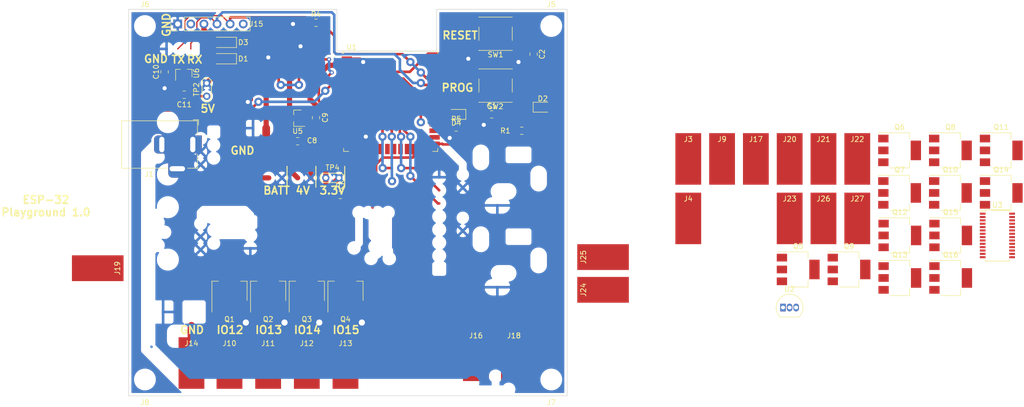
<source format=kicad_pcb>
(kicad_pcb (version 20171130) (host pcbnew "(5.1.0-0)")
  (layers (0 F.Cu signal) (31 B.Cu signal) (34 B.Paste user) (35 F.Paste user) (36 B.SilkS user) (37 F.SilkS user) (38 B.Mask user) (39 F.Mask user) (44 Edge.Cuts user))
  (net 0 "")
  (net 1 GND)
  (net 2 +3V3)
  (net 3 /RX)
  (net 4 /TX)
  (net 5 /DTR)
  (net 6 /CTS)
  (net 7 /MCP1703-33/VDD)
  (net 8 /VCC_FTDI)
  (net 9 +12V)
  (net 10 /RST)
  (net 11 "Net-(J8-Pad1)")
  (net 12 "Net-(J10-Pad1)")
  (net 13 "Net-(J11-Pad1)")
  (net 14 "Net-(J12-Pad1)")
  (net 15 +BATT)
  (net 16 /MCP1703-50/5.0V)
  (net 17 "Net-(U1-Pad5)")
  (net 18 "Net-(U1-Pad17)")
  (net 19 "Net-(U1-Pad18)")
  (net 20 "Net-(U1-Pad19)")
  (net 21 "Net-(U1-Pad20)")
  (net 22 "Net-(U1-Pad22)")
  (net 23 "Net-(U1-Pad24)")
  (net 24 "Net-(U1-Pad26)")
  (net 25 "Net-(U1-Pad27)")
  (net 26 "Net-(U1-Pad28)")
  (net 27 "Net-(U1-Pad29)")
  (net 28 "Net-(U1-Pad31)")
  (net 29 "Net-(U1-Pad32)")
  (net 30 "Net-(U1-Pad37)")
  (net 31 "Net-(U1-Pad21)")
  (net 32 "Net-(D2-Pad1)")
  (net 33 /IO0)
  (net 34 "Net-(D4-Pad2)")
  (net 35 "Net-(D4-Pad1)")
  (net 36 "Net-(J5-Pad1)")
  (net 37 "Net-(J6-Pad1)")
  (net 38 "Net-(J7-Pad1)")
  (net 39 "Net-(J13-Pad1)")
  (net 40 "Net-(R4-Pad2)")
  (net 41 "Net-(R8-Pad1)")
  (net 42 "Net-(R9-Pad1)")
  (net 43 ADC)
  (net 44 CHARGING)
  (net 45 "Net-(D1-Pad1)")
  (net 46 "Net-(J3-Pad1)")
  (net 47 "Net-(J4-Pad1)")
  (net 48 "Net-(J9-Pad1)")
  (net 49 "Net-(J16-Pad1)")
  (net 50 "Net-(J17-Pad1)")
  (net 51 "Net-(J19-Pad1)")
  (net 52 "Net-(J20-Pad1)")
  (net 53 "Net-(J21-Pad1)")
  (net 54 "Net-(J22-Pad1)")
  (net 55 "Net-(J24-Pad1)")
  (net 56 "Net-(J25-Pad1)")
  (net 57 "Net-(J26-Pad1)")
  (net 58 R1)
  (net 59 G1)
  (net 60 B1)
  (net 61 W1)
  (net 62 R3)
  (net 63 G3)
  (net 64 B3)
  (net 65 W3)
  (net 66 R4)
  (net 67 G4)
  (net 68 B4)
  (net 69 W4)
  (net 70 OW)
  (net 71 "Net-(R5-Pad1)")
  (net 72 "Net-(U1-Pad7)")
  (net 73 "Net-(U1-Pad8)")
  (net 74 "Net-(U1-Pad9)")
  (net 75 "Net-(U1-Pad10)")
  (net 76 "Net-(U1-Pad11)")
  (net 77 "Net-(U1-Pad13)")
  (net 78 "Net-(U1-Pad14)")
  (net 79 "Net-(U1-Pad16)")
  (net 80 "Net-(U1-Pad23)")
  (net 81 SDA)
  (net 82 SCL)
  (net 83 "Net-(U2-Pad1)")
  (net 84 "Net-(U2-Pad3)")
  (net 85 W2)
  (net 86 B2)
  (net 87 G2)
  (net 88 R2)
  (net 89 "Net-(U3-Pad25)")
  (net 90 "Net-(U3-Pad23)")
  (module LED_SMD:LED_0805_2012Metric_Pad1.15x1.40mm_HandSolder (layer F.Cu) (at 158.264 80.993)
    (fp_text reference D2 (at 0 -1.65) (layer F.SilkS))
    (fp_text value LED)
    (pad 2 smd roundrect (at 1.025 0) (size 1.15 1.4) (layers F.Cu F.Paste F.Mask) (roundrect_rratio 0.217391) (net 2 +3V3))
    (pad 1 smd roundrect (at -1.025 0) (size 1.15 1.4) (layers F.Cu F.Paste F.Mask) (roundrect_rratio 0.217391) (net 32 "Net-(D2-Pad1)"))
  )
  (module Resistor_SMD:R_0805_2012Metric_Pad1.15x1.40mm_HandSolder (layer F.Cu) (at 119.03 98.011)
    (fp_text reference R2 (at 0 -1.65) (layer F.SilkS))
    (fp_text value 10k)
    (pad 2 smd roundrect (at 1.025 0) (size 1.15 1.4) (layers F.Cu F.Paste F.Mask) (roundrect_rratio 0.217391) (net 32 "Net-(D2-Pad1)"))
    (pad 1 smd roundrect (at -1.025 0) (size 1.15 1.4) (layers F.Cu F.Paste F.Mask) (roundrect_rratio 0.217391) (net 1 GND))
  )
  (module TestPoint:TestPoint_2Pads_Pitch2.54mm_Drill0.8mm (layer F.Cu) (at 116.227 94.709)
    (fp_text reference TP4 (at 1.3 -2) (layer F.SilkS))
    (fp_text value 3.3V)
    (pad 2 thru_hole circle (at 2.54 0) (size 1.4 1.4) (drill 0.8) (layers *.Cu *.Mask) (net 1 GND))
    (pad 1 thru_hole circle (at 0 0) (size 1.4 1.4) (drill 0.8) (layers *.Cu *.Mask) (net 2 +3V3))
  )
  (module MountingHole:MountingHole_3.2mm_M3 (layer F.Cu) (at 159.915 133.825)
    (fp_text reference J7 (at 0 4.445) (layer F.SilkS))
    (fp_text value hole)
    (pad 1 np_thru_hole circle (at 0 0) (size 3.2 3.2) (drill 3.2) (layers *.Cu *.Mask) (net 38 "Net-(J7-Pad1)"))
  )
  (module Connector_Wire:SolderWirePad_1x01_SMD_5x10mm (layer F.Cu) (at 90.192 130.631)
    (fp_text reference J14 (at 0 -3.81) (layer F.SilkS))
    (fp_text value GND1)
    (pad 1 smd rect (at 0 0) (size 5 10) (layers F.Cu F.Paste F.Mask) (net 1 GND))
  )
  (module Connector_Wire:SolderWirePad_1x01_SMD_5x10mm (layer F.Cu) (at 105.051 130.631)
    (fp_text reference J11 (at 0 -3.81) (layer F.SilkS))
    (fp_text value G1)
    (pad 1 smd rect (at 0 0) (size 5 10) (layers F.Cu F.Paste F.Mask) (net 13 "Net-(J11-Pad1)"))
  )
  (module Connector_Wire:SolderWirePad_1x01_SMD_5x10mm (layer F.Cu) (at 112.544 130.631)
    (fp_text reference J12 (at 0 -3.81) (layer F.SilkS))
    (fp_text value B1)
    (pad 1 smd rect (at 0 0) (size 5 10) (layers F.Cu F.Paste F.Mask) (net 14 "Net-(J12-Pad1)"))
  )
  (module Connector_Wire:SolderWirePad_1x01_SMD_5x10mm (layer F.Cu) (at 120.037 130.631)
    (fp_text reference J13 (at 0 -3.81) (layer F.SilkS))
    (fp_text value W1)
    (pad 1 smd rect (at 0 0) (size 5 10) (layers F.Cu F.Paste F.Mask) (net 39 "Net-(J13-Pad1)"))
  )
  (module Connector_Wire:SolderWirePad_1x01_SMD_5x10mm (layer F.Cu) (at 97.558 130.631)
    (fp_text reference J10 (at 0 -3.81) (layer F.SilkS))
    (fp_text value R1)
    (pad 1 smd rect (at 0 0) (size 5 10) (layers F.Cu F.Paste F.Mask) (net 12 "Net-(J10-Pad1)"))
  )
  (module Package_TO_SOT_SMD:SOT-223 (layer F.Cu) (at 105.051 116.661 90)
    (fp_text reference Q2 (at -5.48 0 180) (layer F.SilkS))
    (fp_text value BSP75)
    (pad 4 smd rect (at 3.15 0 90) (size 2 3.8) (layers F.Cu F.Paste F.Mask))
    (pad 2 smd rect (at -3.15 0 90) (size 2 1.5) (layers F.Cu F.Paste F.Mask) (net 13 "Net-(J11-Pad1)"))
    (pad 3 smd rect (at -3.15 2.3 90) (size 2 1.5) (layers F.Cu F.Paste F.Mask) (net 1 GND))
    (pad 1 smd rect (at -3.15 -2.3 90) (size 2 1.5) (layers F.Cu F.Paste F.Mask) (net 59 G1))
  )
  (module Package_TO_SOT_SMD:SOT-223 (layer F.Cu) (at 112.544 116.661 90)
    (fp_text reference Q3 (at -5.48 0 180) (layer F.SilkS))
    (fp_text value BSP75)
    (pad 4 smd rect (at 3.15 0 90) (size 2 3.8) (layers F.Cu F.Paste F.Mask))
    (pad 2 smd rect (at -3.15 0 90) (size 2 1.5) (layers F.Cu F.Paste F.Mask) (net 14 "Net-(J12-Pad1)"))
    (pad 3 smd rect (at -3.15 2.3 90) (size 2 1.5) (layers F.Cu F.Paste F.Mask) (net 1 GND))
    (pad 1 smd rect (at -3.15 -2.3 90) (size 2 1.5) (layers F.Cu F.Paste F.Mask) (net 60 B1))
  )
  (module Package_TO_SOT_SMD:SOT-223 (layer F.Cu) (at 120.037 116.661 90)
    (fp_text reference Q4 (at -5.48 0 180) (layer F.SilkS))
    (fp_text value BSP75)
    (pad 4 smd rect (at 3.15 0 90) (size 2 3.8) (layers F.Cu F.Paste F.Mask))
    (pad 2 smd rect (at -3.15 0 90) (size 2 1.5) (layers F.Cu F.Paste F.Mask) (net 39 "Net-(J13-Pad1)"))
    (pad 3 smd rect (at -3.15 2.3 90) (size 2 1.5) (layers F.Cu F.Paste F.Mask) (net 1 GND))
    (pad 1 smd rect (at -3.15 -2.3 90) (size 2 1.5) (layers F.Cu F.Paste F.Mask) (net 61 W1))
  )
  (module Package_TO_SOT_SMD:SOT-223 (layer F.Cu) (at 97.558 116.661 90)
    (fp_text reference Q1 (at -5.48 0 180) (layer F.SilkS))
    (fp_text value BSP75)
    (pad 4 smd rect (at 3.15 0 90) (size 2 3.8) (layers F.Cu F.Paste F.Mask))
    (pad 2 smd rect (at -3.15 0 90) (size 2 1.5) (layers F.Cu F.Paste F.Mask) (net 12 "Net-(J10-Pad1)"))
    (pad 3 smd rect (at -3.15 2.3 90) (size 2 1.5) (layers F.Cu F.Paste F.Mask) (net 1 GND))
    (pad 1 smd rect (at -3.15 -2.3 90) (size 2 1.5) (layers F.Cu F.Paste F.Mask) (net 58 R1))
  )
  (module Connector_BarrelJack:BarrelJack_Horizontal (layer F.Cu) (at 90.446 88.232)
    (fp_text reference J1 (at -8.45 5.75) (layer F.SilkS))
    (fp_text value "5 / 12V")
    (pad 1 thru_hole rect (at 0 0) (size 3.5 3.5) (drill oval 1 3) (layers *.Cu *.Mask) (net 9 +12V))
    (pad 2 thru_hole roundrect (at -6 0) (size 3 3.5) (drill oval 1 3) (layers *.Cu *.Mask) (net 1 GND))
    (pad 3 thru_hole roundrect (at -3 4.7) (size 3.5 3.5) (drill oval 3 1) (layers *.Cu *.Mask))
  )
  (module Package_SO:TSSOP-28_4.4x9.7mm_P0.65mm (layer F.Cu) (at 246.358 105.876)
    (fp_text reference U3 (at 0 -5.9) (layer F.SilkS))
    (fp_text value PCA9685PW)
    (pad 28 smd rect (at 2.85 -4.225) (size 1.1 0.4) (layers F.Cu F.Paste F.Mask) (net 2 +3V3))
    (pad 27 smd rect (at 2.85 -3.575) (size 1.1 0.4) (layers F.Cu F.Paste F.Mask) (net 81 SDA))
    (pad 26 smd rect (at 2.85 -2.925) (size 1.1 0.4) (layers F.Cu F.Paste F.Mask) (net 82 SCL))
    (pad 25 smd rect (at 2.85 -2.275) (size 1.1 0.4) (layers F.Cu F.Paste F.Mask) (net 89 "Net-(U3-Pad25)"))
    (pad 24 smd rect (at 2.85 -1.625) (size 1.1 0.4) (layers F.Cu F.Paste F.Mask) (net 1 GND))
    (pad 23 smd rect (at 2.85 -0.975) (size 1.1 0.4) (layers F.Cu F.Paste F.Mask) (net 90 "Net-(U3-Pad23)"))
    (pad 22 smd rect (at 2.85 -0.325) (size 1.1 0.4) (layers F.Cu F.Paste F.Mask) (net 69 W4))
    (pad 21 smd rect (at 2.85 0.325) (size 1.1 0.4) (layers F.Cu F.Paste F.Mask) (net 68 B4))
    (pad 20 smd rect (at 2.85 0.975) (size 1.1 0.4) (layers F.Cu F.Paste F.Mask) (net 67 G4))
    (pad 19 smd rect (at 2.85 1.625) (size 1.1 0.4) (layers F.Cu F.Paste F.Mask) (net 66 R4))
    (pad 18 smd rect (at 2.85 2.275) (size 1.1 0.4) (layers F.Cu F.Paste F.Mask) (net 65 W3))
    (pad 17 smd rect (at 2.85 2.925) (size 1.1 0.4) (layers F.Cu F.Paste F.Mask) (net 64 B3))
    (pad 16 smd rect (at 2.85 3.575) (size 1.1 0.4) (layers F.Cu F.Paste F.Mask) (net 63 G3))
    (pad 15 smd rect (at 2.85 4.225) (size 1.1 0.4) (layers F.Cu F.Paste F.Mask) (net 62 R3))
    (pad 14 smd rect (at -2.85 4.225) (size 1.1 0.4) (layers F.Cu F.Paste F.Mask) (net 1 GND))
    (pad 13 smd rect (at -2.85 3.575) (size 1.1 0.4) (layers F.Cu F.Paste F.Mask) (net 85 W2))
    (pad 12 smd rect (at -2.85 2.925) (size 1.1 0.4) (layers F.Cu F.Paste F.Mask) (net 86 B2))
    (pad 11 smd rect (at -2.85 2.275) (size 1.1 0.4) (layers F.Cu F.Paste F.Mask) (net 87 G2))
    (pad 10 smd rect (at -2.85 1.625) (size 1.1 0.4) (layers F.Cu F.Paste F.Mask) (net 88 R2))
    (pad 9 smd rect (at -2.85 0.975) (size 1.1 0.4) (layers F.Cu F.Paste F.Mask) (net 61 W1))
    (pad 8 smd rect (at -2.85 0.325) (size 1.1 0.4) (layers F.Cu F.Paste F.Mask) (net 60 B1))
    (pad 7 smd rect (at -2.85 -0.325) (size 1.1 0.4) (layers F.Cu F.Paste F.Mask) (net 59 G1))
    (pad 6 smd rect (at -2.85 -0.975) (size 1.1 0.4) (layers F.Cu F.Paste F.Mask) (net 58 R1))
    (pad 5 smd rect (at -2.85 -1.625) (size 1.1 0.4) (layers F.Cu F.Paste F.Mask) (net 1 GND))
    (pad 4 smd rect (at -2.85 -2.275) (size 1.1 0.4) (layers F.Cu F.Paste F.Mask) (net 1 GND))
    (pad 3 smd rect (at -2.85 -2.925) (size 1.1 0.4) (layers F.Cu F.Paste F.Mask) (net 1 GND))
    (pad 2 smd rect (at -2.85 -3.575) (size 1.1 0.4) (layers F.Cu F.Paste F.Mask) (net 1 GND))
    (pad 1 smd rect (at -2.85 -4.225) (size 1.1 0.4) (layers F.Cu F.Paste F.Mask) (net 1 GND))
  )
  (module Package_TO_SOT_THT:TO-92_Inline (layer F.Cu) (at 204.818 119.856)
    (fp_text reference U2 (at 1.27 -3.56) (layer F.SilkS))
    (fp_text value DS18B20)
    (pad 1 thru_hole rect (at 0 0) (size 1.05 1.5) (drill 0.75) (layers *.Cu *.Mask) (net 83 "Net-(U2-Pad1)"))
    (pad 3 thru_hole oval (at 2.54 0) (size 1.05 1.5) (drill 0.75) (layers *.Cu *.Mask) (net 84 "Net-(U2-Pad3)"))
    (pad 2 thru_hole oval (at 1.27 0) (size 1.05 1.5) (drill 0.75) (layers *.Cu *.Mask) (net 70 OW))
  )
  (module Package_TO_SOT_SMD:SOT-223 (layer F.Cu) (at 237.308 114.126)
    (fp_text reference Q16 (at 0 -4.5) (layer F.SilkS))
    (fp_text value BSP75)
    (pad 1 smd rect (at -3.15 -2.3) (size 2 1.5) (layers F.Cu F.Paste F.Mask) (net 69 W4))
    (pad 3 smd rect (at -3.15 2.3) (size 2 1.5) (layers F.Cu F.Paste F.Mask) (net 1 GND))
    (pad 2 smd rect (at -3.15 0) (size 2 1.5) (layers F.Cu F.Paste F.Mask) (net 47 "Net-(J4-Pad1)"))
    (pad 4 smd rect (at 3.15 0) (size 2 3.8) (layers F.Cu F.Paste F.Mask))
  )
  (module Package_TO_SOT_SMD:SOT-223 (layer F.Cu) (at 237.308 105.876)
    (fp_text reference Q15 (at 0 -4.5) (layer F.SilkS))
    (fp_text value BSP75)
    (pad 1 smd rect (at -3.15 -2.3) (size 2 1.5) (layers F.Cu F.Paste F.Mask) (net 68 B4))
    (pad 3 smd rect (at -3.15 2.3) (size 2 1.5) (layers F.Cu F.Paste F.Mask) (net 1 GND))
    (pad 2 smd rect (at -3.15 0) (size 2 1.5) (layers F.Cu F.Paste F.Mask) (net 57 "Net-(J26-Pad1)"))
    (pad 4 smd rect (at 3.15 0) (size 2 3.8) (layers F.Cu F.Paste F.Mask))
  )
  (module Package_TO_SOT_SMD:SOT-223 (layer F.Cu) (at 247.108 97.626)
    (fp_text reference Q14 (at 0 -4.5) (layer F.SilkS))
    (fp_text value BSP75)
    (pad 1 smd rect (at -3.15 -2.3) (size 2 1.5) (layers F.Cu F.Paste F.Mask) (net 67 G4))
    (pad 3 smd rect (at -3.15 2.3) (size 2 1.5) (layers F.Cu F.Paste F.Mask) (net 1 GND))
    (pad 2 smd rect (at -3.15 0) (size 2 1.5) (layers F.Cu F.Paste F.Mask) (net 56 "Net-(J25-Pad1)"))
    (pad 4 smd rect (at 3.15 0) (size 2 3.8) (layers F.Cu F.Paste F.Mask))
  )
  (module Package_TO_SOT_SMD:SOT-223 (layer F.Cu) (at 227.458 114.126)
    (fp_text reference Q13 (at 0 -4.5) (layer F.SilkS))
    (fp_text value BSP75)
    (pad 1 smd rect (at -3.15 -2.3) (size 2 1.5) (layers F.Cu F.Paste F.Mask) (net 66 R4))
    (pad 3 smd rect (at -3.15 2.3) (size 2 1.5) (layers F.Cu F.Paste F.Mask) (net 1 GND))
    (pad 2 smd rect (at -3.15 0) (size 2 1.5) (layers F.Cu F.Paste F.Mask) (net 55 "Net-(J24-Pad1)"))
    (pad 4 smd rect (at 3.15 0) (size 2 3.8) (layers F.Cu F.Paste F.Mask))
  )
  (module Package_TO_SOT_SMD:SOT-223 (layer F.Cu) (at 227.458 105.876)
    (fp_text reference Q12 (at 0 -4.5) (layer F.SilkS))
    (fp_text value BSP75)
    (pad 1 smd rect (at -3.15 -2.3) (size 2 1.5) (layers F.Cu F.Paste F.Mask) (net 65 W3))
    (pad 3 smd rect (at -3.15 2.3) (size 2 1.5) (layers F.Cu F.Paste F.Mask) (net 1 GND))
    (pad 2 smd rect (at -3.15 0) (size 2 1.5) (layers F.Cu F.Paste F.Mask) (net 54 "Net-(J22-Pad1)"))
    (pad 4 smd rect (at 3.15 0) (size 2 3.8) (layers F.Cu F.Paste F.Mask))
  )
  (module Package_TO_SOT_SMD:SOT-223 (layer F.Cu) (at 247.108 89.376)
    (fp_text reference Q11 (at 0 -4.5) (layer F.SilkS))
    (fp_text value BSP75)
    (pad 1 smd rect (at -3.15 -2.3) (size 2 1.5) (layers F.Cu F.Paste F.Mask) (net 64 B3))
    (pad 3 smd rect (at -3.15 2.3) (size 2 1.5) (layers F.Cu F.Paste F.Mask) (net 1 GND))
    (pad 2 smd rect (at -3.15 0) (size 2 1.5) (layers F.Cu F.Paste F.Mask) (net 53 "Net-(J21-Pad1)"))
    (pad 4 smd rect (at 3.15 0) (size 2 3.8) (layers F.Cu F.Paste F.Mask))
  )
  (module Package_TO_SOT_SMD:SOT-223 (layer F.Cu) (at 237.258 97.626)
    (fp_text reference Q10 (at 0 -4.5) (layer F.SilkS))
    (fp_text value BSP75)
    (pad 1 smd rect (at -3.15 -2.3) (size 2 1.5) (layers F.Cu F.Paste F.Mask) (net 63 G3))
    (pad 3 smd rect (at -3.15 2.3) (size 2 1.5) (layers F.Cu F.Paste F.Mask) (net 1 GND))
    (pad 2 smd rect (at -3.15 0) (size 2 1.5) (layers F.Cu F.Paste F.Mask) (net 52 "Net-(J20-Pad1)"))
    (pad 4 smd rect (at 3.15 0) (size 2 3.8) (layers F.Cu F.Paste F.Mask))
  )
  (module Package_TO_SOT_SMD:SOT-223 (layer F.Cu) (at 217.608 112.476)
    (fp_text reference Q9 (at 0 -4.5) (layer F.SilkS))
    (fp_text value BSP75)
    (pad 1 smd rect (at -3.15 -2.3) (size 2 1.5) (layers F.Cu F.Paste F.Mask) (net 62 R3))
    (pad 3 smd rect (at -3.15 2.3) (size 2 1.5) (layers F.Cu F.Paste F.Mask) (net 1 GND))
    (pad 2 smd rect (at -3.15 0) (size 2 1.5) (layers F.Cu F.Paste F.Mask) (net 51 "Net-(J19-Pad1)"))
    (pad 4 smd rect (at 3.15 0) (size 2 3.8) (layers F.Cu F.Paste F.Mask))
  )
  (module Package_TO_SOT_SMD:SOT-223 (layer F.Cu) (at 237.258 89.376)
    (fp_text reference Q8 (at 0 -4.5) (layer F.SilkS))
    (fp_text value BSP75)
    (pad 1 smd rect (at -3.15 -2.3) (size 2 1.5) (layers F.Cu F.Paste F.Mask) (net 61 W1))
    (pad 3 smd rect (at -3.15 2.3) (size 2 1.5) (layers F.Cu F.Paste F.Mask) (net 1 GND))
    (pad 2 smd rect (at -3.15 0) (size 2 1.5) (layers F.Cu F.Paste F.Mask) (net 50 "Net-(J17-Pad1)"))
    (pad 4 smd rect (at 3.15 0) (size 2 3.8) (layers F.Cu F.Paste F.Mask))
  )
  (module Package_TO_SOT_SMD:SOT-223 (layer F.Cu) (at 227.408 97.626)
    (fp_text reference Q7 (at 0 -4.5) (layer F.SilkS))
    (fp_text value BSP75)
    (pad 1 smd rect (at -3.15 -2.3) (size 2 1.5) (layers F.Cu F.Paste F.Mask) (net 60 B1))
    (pad 3 smd rect (at -3.15 2.3) (size 2 1.5) (layers F.Cu F.Paste F.Mask) (net 1 GND))
    (pad 2 smd rect (at -3.15 0) (size 2 1.5) (layers F.Cu F.Paste F.Mask) (net 49 "Net-(J16-Pad1)"))
    (pad 4 smd rect (at 3.15 0) (size 2 3.8) (layers F.Cu F.Paste F.Mask))
  )
  (module Package_TO_SOT_SMD:SOT-223 (layer F.Cu) (at 227.408 89.376)
    (fp_text reference Q6 (at 0 -4.5) (layer F.SilkS))
    (fp_text value BSP75)
    (pad 1 smd rect (at -3.15 -2.3) (size 2 1.5) (layers F.Cu F.Paste F.Mask) (net 59 G1))
    (pad 3 smd rect (at -3.15 2.3) (size 2 1.5) (layers F.Cu F.Paste F.Mask) (net 1 GND))
    (pad 2 smd rect (at -3.15 0) (size 2 1.5) (layers F.Cu F.Paste F.Mask) (net 48 "Net-(J9-Pad1)"))
    (pad 4 smd rect (at 3.15 0) (size 2 3.8) (layers F.Cu F.Paste F.Mask))
  )
  (module Package_TO_SOT_SMD:SOT-223 (layer F.Cu) (at 207.758 112.476)
    (fp_text reference Q5 (at 0 -4.5) (layer F.SilkS))
    (fp_text value BSP75)
    (pad 1 smd rect (at -3.15 -2.3) (size 2 1.5) (layers F.Cu F.Paste F.Mask) (net 58 R1))
    (pad 3 smd rect (at -3.15 2.3) (size 2 1.5) (layers F.Cu F.Paste F.Mask) (net 1 GND))
    (pad 2 smd rect (at -3.15 0) (size 2 1.5) (layers F.Cu F.Paste F.Mask) (net 46 "Net-(J3-Pad1)"))
    (pad 4 smd rect (at 3.15 0) (size 2 3.8) (layers F.Cu F.Paste F.Mask))
  )
  (module Connector_Wire:SolderWirePad_1x01_SMD_5x10mm (layer F.Cu) (at 219.208 102.576)
    (fp_text reference J27 (at 0 -3.81) (layer F.SilkS))
    (fp_text value GND4)
    (pad 1 smd rect (at 0 0) (size 5 10) (layers F.Cu F.Paste F.Mask) (net 1 GND))
  )
  (module Connector_Wire:SolderWirePad_1x01_SMD_5x10mm (layer F.Cu) (at 212.658 102.576)
    (fp_text reference J26 (at 0 -3.81) (layer F.SilkS))
    (fp_text value B4)
    (pad 1 smd rect (at 0 0) (size 5 10) (layers F.Cu F.Paste F.Mask) (net 57 "Net-(J26-Pad1)"))
  )
  (module Connector_Wire:SolderWirePad_1x01_SMD_5x10mm (layer F.Cu) (at 169.948 110.076 90)
    (fp_text reference J25 (at 0 -3.81 90) (layer F.SilkS))
    (fp_text value G4)
    (pad 1 smd rect (at 0 0 90) (size 5 10) (layers F.Cu F.Paste F.Mask) (net 56 "Net-(J25-Pad1)"))
  )
  (module Connector_Wire:SolderWirePad_1x01_SMD_5x10mm (layer F.Cu) (at 169.948 116.426 90)
    (fp_text reference J24 (at 0 -3.81 90) (layer F.SilkS))
    (fp_text value R4)
    (pad 1 smd rect (at 0 0 90) (size 5 10) (layers F.Cu F.Paste F.Mask) (net 55 "Net-(J24-Pad1)"))
  )
  (module Connector_Wire:SolderWirePad_1x01_SMD_5x10mm (layer F.Cu) (at 206.108 102.576)
    (fp_text reference J23 (at 0 -3.81) (layer F.SilkS))
    (fp_text value GND3)
    (pad 1 smd rect (at 0 0) (size 5 10) (layers F.Cu F.Paste F.Mask) (net 1 GND))
  )
  (module Connector_Wire:SolderWirePad_1x01_SMD_5x10mm (layer F.Cu) (at 219.208 91.026)
    (fp_text reference J22 (at 0 -3.81) (layer F.SilkS))
    (fp_text value W3)
    (pad 1 smd rect (at 0 0) (size 5 10) (layers F.Cu F.Paste F.Mask) (net 54 "Net-(J22-Pad1)"))
  )
  (module Connector_Wire:SolderWirePad_1x01_SMD_5x10mm (layer F.Cu) (at 212.658 91.026)
    (fp_text reference J21 (at 0 -3.81) (layer F.SilkS))
    (fp_text value B3)
    (pad 1 smd rect (at 0 0) (size 5 10) (layers F.Cu F.Paste F.Mask) (net 53 "Net-(J21-Pad1)"))
  )
  (module Connector_Wire:SolderWirePad_1x01_SMD_5x10mm (layer F.Cu) (at 206.108 91.026)
    (fp_text reference J20 (at 0 -3.81) (layer F.SilkS))
    (fp_text value G3)
    (pad 1 smd rect (at 0 0) (size 5 10) (layers F.Cu F.Paste F.Mask) (net 52 "Net-(J20-Pad1)"))
  )
  (module Connector_Wire:SolderWirePad_1x01_SMD_5x10mm (layer F.Cu) (at 72.031 112.235 270)
    (fp_text reference J19 (at 0 -3.81 270) (layer F.SilkS))
    (fp_text value R3)
    (pad 1 smd rect (at 0 0 270) (size 5 10) (layers F.Cu F.Paste F.Mask) (net 51 "Net-(J19-Pad1)"))
  )
  (module Connector_Wire:SolderWirePad_1x01_SMD_5x10mm (layer F.Cu) (at 152.676 129.126)
    (fp_text reference J18 (at 0 -3.81) (layer F.SilkS))
    (fp_text value GND2)
    (pad 1 smd rect (at 0 0) (size 5 10) (layers F.Cu F.Paste F.Mask) (net 1 GND))
  )
  (module Connector_Wire:SolderWirePad_1x01_SMD_5x10mm (layer F.Cu) (at 199.558 91.026)
    (fp_text reference J17 (at 0 -3.81) (layer F.SilkS))
    (fp_text value W2)
    (pad 1 smd rect (at 0 0) (size 5 10) (layers F.Cu F.Paste F.Mask) (net 50 "Net-(J17-Pad1)"))
  )
  (module Connector_Wire:SolderWirePad_1x01_SMD_5x10mm (layer F.Cu) (at 145.31 129.126)
    (fp_text reference J16 (at 0 -3.81) (layer F.SilkS))
    (fp_text value B2)
    (pad 1 smd rect (at 0 0) (size 5 10) (layers F.Cu F.Paste F.Mask) (net 49 "Net-(J16-Pad1)"))
  )
  (module Connector_Wire:SolderWirePad_1x01_SMD_5x10mm (layer F.Cu) (at 193.008 91.026)
    (fp_text reference J9 (at 0 -3.81) (layer F.SilkS))
    (fp_text value G2)
    (pad 1 smd rect (at 0 0) (size 5 10) (layers F.Cu F.Paste F.Mask) (net 48 "Net-(J9-Pad1)"))
  )
  (module Connector_Wire:SolderWirePad_1x01_SMD_5x10mm (layer F.Cu) (at 186.458 102.576)
    (fp_text reference J4 (at 0 -3.81) (layer F.SilkS))
    (fp_text value W1)
    (pad 1 smd rect (at 0 0) (size 5 10) (layers F.Cu F.Paste F.Mask) (net 47 "Net-(J4-Pad1)"))
  )
  (module Connector_Wire:SolderWirePad_1x01_SMD_5x10mm (layer F.Cu) (at 186.458 91.026)
    (fp_text reference J3 (at 0 -3.81) (layer F.SilkS))
    (fp_text value R2)
    (pad 1 smd rect (at 0 0) (size 5 10) (layers F.Cu F.Paste F.Mask) (net 46 "Net-(J3-Pad1)"))
  )
  (module Resistor_SMD:R_0805_2012Metric_Pad1.15x1.40mm_HandSolder (layer F.Cu) (at 141.5 84.93)
    (fp_text reference R5 (at 0 -1.65) (layer F.SilkS))
    (fp_text value 10k)
    (pad 2 smd roundrect (at 1.025 0) (size 1.15 1.4) (layers F.Cu F.Paste F.Mask) (roundrect_rratio 0.217391) (net 35 "Net-(D4-Pad1)"))
    (pad 1 smd roundrect (at -1.025 0) (size 1.15 1.4) (layers F.Cu F.Paste F.Mask) (roundrect_rratio 0.217391) (net 71 "Net-(R5-Pad1)"))
  )
  (module LED_SMD:LED_0805_2012Metric_Pad1.15x1.40mm_HandSolder (layer F.Cu) (at 141.5 82.39 180)
    (fp_text reference D4 (at 0 -1.65 180) (layer F.SilkS))
    (fp_text value LED)
    (pad 2 smd roundrect (at 1.025 0 180) (size 1.15 1.4) (layers F.Cu F.Paste F.Mask) (roundrect_rratio 0.217391) (net 34 "Net-(D4-Pad2)"))
    (pad 1 smd roundrect (at -1.025 0 180) (size 1.15 1.4) (layers F.Cu F.Paste F.Mask) (roundrect_rratio 0.217391) (net 35 "Net-(D4-Pad1)"))
  )
  (module Resistor_SMD:R_0805_2012Metric_Pad1.15x1.40mm_HandSolder (layer F.Cu) (at 114.322 64.61)
    (fp_text reference R4 (at 0 -1.65) (layer F.SilkS))
    (fp_text value 499)
    (pad 2 smd roundrect (at 1.025 0) (size 1.15 1.4) (layers F.Cu F.Paste F.Mask) (roundrect_rratio 0.217391) (net 40 "Net-(R4-Pad2)"))
    (pad 1 smd roundrect (at -1.025 0) (size 1.15 1.4) (layers F.Cu F.Paste F.Mask) (roundrect_rratio 0.217391) (net 4 /TX))
  )
  (module Capacitor_SMD:C_0805_2012Metric_Pad1.15x1.40mm_HandSolder (layer F.Cu) (at 148.358 82.39)
    (fp_text reference C1 (at 0 -1.65) (layer F.SilkS))
    (fp_text value 100nF)
    (pad 2 smd roundrect (at 1.025 0) (size 1.15 1.4) (layers F.Cu F.Paste F.Mask) (roundrect_rratio 0.217391) (net 33 /IO0))
    (pad 1 smd roundrect (at -1.025 0) (size 1.15 1.4) (layers F.Cu F.Paste F.Mask) (roundrect_rratio 0.217391) (net 1 GND))
  )
  (module Capacitor_SMD:C_0805_2012Metric_Pad1.15x1.40mm_HandSolder (layer F.Cu) (at 156.486 70.706 270)
    (fp_text reference C2 (at 0 -1.65 270) (layer F.SilkS))
    (fp_text value 10uF)
    (pad 2 smd roundrect (at 1.025 0 270) (size 1.15 1.4) (layers F.Cu F.Paste F.Mask) (roundrect_rratio 0.217391) (net 1 GND))
    (pad 1 smd roundrect (at -1.025 0 270) (size 1.15 1.4) (layers F.Cu F.Paste F.Mask) (roundrect_rratio 0.217391) (net 10 /RST))
  )
  (module Button_Switch_SMD:SW_SPST_PTS645 (layer F.Cu) (at 149.12 66.75 180)
    (fp_text reference SW1 (at 0 -4.05 180) (layer F.SilkS))
    (fp_text value RESET)
    (pad 2 smd rect (at 3.98 2.25 180) (size 1.55 1.3) (layers F.Cu F.Paste F.Mask) (net 10 /RST))
    (pad 1 smd rect (at 3.98 -2.25 180) (size 1.55 1.3) (layers F.Cu F.Paste F.Mask) (net 1 GND))
    (pad 1 smd rect (at -3.98 -2.25 180) (size 1.55 1.3) (layers F.Cu F.Paste F.Mask) (net 1 GND))
    (pad 2 smd rect (at -3.98 2.25 180) (size 1.55 1.3) (layers F.Cu F.Paste F.Mask) (net 10 /RST))
  )
  (module Button_Switch_SMD:SW_SPST_PTS645 (layer F.Cu) (at 149.12 76.802 180)
    (fp_text reference SW2 (at 0 -4.05 180) (layer F.SilkS))
    (fp_text value PROG)
    (pad 2 smd rect (at -3.98 2.25 180) (size 1.55 1.3) (layers F.Cu F.Paste F.Mask) (net 1 GND))
    (pad 1 smd rect (at -3.98 -2.25 180) (size 1.55 1.3) (layers F.Cu F.Paste F.Mask) (net 33 /IO0))
    (pad 1 smd rect (at 3.98 -2.25 180) (size 1.55 1.3) (layers F.Cu F.Paste F.Mask) (net 33 /IO0))
    (pad 2 smd rect (at 3.98 2.25 180) (size 1.55 1.3) (layers F.Cu F.Paste F.Mask) (net 1 GND))
  )
  (module MountingHole:MountingHole_3.2mm_M3 (layer F.Cu) (at 81.175 65.245)
    (fp_text reference J6 (at 0 -4.2) (layer F.SilkS))
    (fp_text value hole)
    (pad 1 np_thru_hole circle (at 0 0) (size 3.2 3.2) (drill 3.2) (layers *.Cu *.Mask) (net 37 "Net-(J6-Pad1)"))
  )
  (module MountingHole:MountingHole_3.2mm_M3 (layer F.Cu) (at 81.175 133.825)
    (fp_text reference J8 (at 0 4.445) (layer F.SilkS))
    (fp_text value hole)
    (pad 1 np_thru_hole circle (at 0 0) (size 3.2 3.2) (drill 3.2) (layers *.Cu *.Mask) (net 11 "Net-(J8-Pad1)"))
  )
  (module MountingHole:MountingHole_3.2mm_M3 (layer F.Cu) (at 159.915 65.245)
    (fp_text reference J5 (at 0 -4.2) (layer F.SilkS))
    (fp_text value hole)
    (pad 1 np_thru_hole circle (at 0 0) (size 3.2 3.2) (drill 3.2) (layers *.Cu *.Mask) (net 36 "Net-(J5-Pad1)"))
  )
  (module Capacitor_SMD:C_0805_2012Metric_Pad1.15x1.40mm_HandSolder (layer F.Cu) (at 110.766 87.597 180)
    (fp_text reference C8 (at -2.794 0.127 180) (layer F.SilkS))
    (fp_text value 1uF)
    (pad 2 smd roundrect (at 1.025 0 180) (size 1.15 1.4) (layers F.Cu F.Paste F.Mask) (roundrect_rratio 0.217391) (net 7 /MCP1703-33/VDD))
    (pad 1 smd roundrect (at -1.025 0 180) (size 1.15 1.4) (layers F.Cu F.Paste F.Mask) (roundrect_rratio 0.217391) (net 1 GND))
  )
  (module Capacitor_SMD:C_0805_2012Metric_Pad1.15x1.40mm_HandSolder (layer F.Cu) (at 114.322 83.025 90)
    (fp_text reference C9 (at 0 1.778 90) (layer F.SilkS))
    (fp_text value 1uF)
    (pad 2 smd roundrect (at 1.025 0 90) (size 1.15 1.4) (layers F.Cu F.Paste F.Mask) (roundrect_rratio 0.217391) (net 2 +3V3))
    (pad 1 smd roundrect (at -1.025 0 90) (size 1.15 1.4) (layers F.Cu F.Paste F.Mask) (roundrect_rratio 0.217391) (net 1 GND))
  )
  (module Package_TO_SOT_SMD:SOT-23 (layer F.Cu) (at 110.766 83.133 180)
    (fp_text reference U5 (at 0 -2.5 180) (layer F.SilkS))
    (fp_text value MCP1703-33)
    (pad 3 smd rect (at 1 0 180) (size 0.9 0.8) (layers F.Cu F.Paste F.Mask) (net 7 /MCP1703-33/VDD))
    (pad 2 smd rect (at -1 0.95 180) (size 0.9 0.8) (layers F.Cu F.Paste F.Mask) (net 2 +3V3))
    (pad 1 smd rect (at -1 -0.95 180) (size 0.9 0.8) (layers F.Cu F.Paste F.Mask) (net 1 GND))
  )
  (module Connector_PinHeader_2.54mm:PinHeader_1x06_P2.54mm_Vertical (layer F.Cu) (at 87.525 64.845 90)
    (fp_text reference J15 (at 0 15.24 180) (layer F.SilkS))
    (fp_text value "CONN FT232RL")
    (pad 6 thru_hole oval (at 0 12.7 90) (size 1.7 1.7) (drill 1) (layers *.Cu *.Mask) (net 5 /DTR))
    (pad 5 thru_hole oval (at 0 10.16 90) (size 1.7 1.7) (drill 1) (layers *.Cu *.Mask) (net 4 /TX))
    (pad 4 thru_hole oval (at 0 7.62 90) (size 1.7 1.7) (drill 1) (layers *.Cu *.Mask) (net 3 /RX))
    (pad 3 thru_hole oval (at 0 5.08 90) (size 1.7 1.7) (drill 1) (layers *.Cu *.Mask) (net 8 /VCC_FTDI))
    (pad 2 thru_hole oval (at 0 2.54 90) (size 1.7 1.7) (drill 1) (layers *.Cu *.Mask) (net 6 /CTS))
    (pad 1 thru_hole rect (at 0 0 90) (size 1.7 1.7) (drill 1) (layers *.Cu *.Mask) (net 1 GND))
  )
  (module TestPoint:TestPoint_2Pads_Pitch2.54mm_Drill0.8mm (layer F.Cu) (at 93.15 78.865 90)
    (fp_text reference TP2 (at 1.3 -2 90) (layer F.SilkS))
    (fp_text value 5V)
    (pad 2 thru_hole circle (at 2.54 0 90) (size 1.4 1.4) (drill 0.8) (layers *.Cu *.Mask) (net 1 GND))
    (pad 1 thru_hole circle (at 0 0 90) (size 1.4 1.4) (drill 0.8) (layers *.Cu *.Mask) (net 16 /MCP1703-50/5.0V))
  )
  (module Capacitor_SMD:C_0805_2012Metric_Pad1.15x1.40mm_HandSolder (layer F.Cu) (at 84.985 74.135 90)
    (fp_text reference C10 (at 0 -1.65 90) (layer F.SilkS))
    (fp_text value 1uF)
    (pad 2 smd roundrect (at 1.025 0 90) (size 1.15 1.4) (layers F.Cu F.Paste F.Mask) (roundrect_rratio 0.217391) (net 9 +12V))
    (pad 1 smd roundrect (at -1.025 0 90) (size 1.15 1.4) (layers F.Cu F.Paste F.Mask) (roundrect_rratio 0.217391) (net 1 GND))
  )
  (module Capacitor_SMD:C_0805_2012Metric_Pad1.15x1.40mm_HandSolder (layer F.Cu) (at 88.795 78.58)
    (fp_text reference C11 (at 0 1.905) (layer F.SilkS))
    (fp_text value 1uF)
    (pad 2 smd roundrect (at 1.025 0) (size 1.15 1.4) (layers F.Cu F.Paste F.Mask) (roundrect_rratio 0.217391) (net 16 /MCP1703-50/5.0V))
    (pad 1 smd roundrect (at -1.025 0) (size 1.15 1.4) (layers F.Cu F.Paste F.Mask) (roundrect_rratio 0.217391) (net 1 GND))
  )
  (module Diode_SMD:D_SOD-123 (layer F.Cu) (at 96.669 71.595 180)
    (fp_text reference D1 (at -3.556 0 180) (layer F.SilkS))
    (fp_text value D_Schottky)
    (pad 2 smd rect (at 1.65 0 180) (size 0.9 1.2) (layers F.Cu F.Paste F.Mask) (net 16 /MCP1703-50/5.0V))
    (pad 1 smd rect (at -1.65 0 180) (size 0.9 1.2) (layers F.Cu F.Paste F.Mask) (net 45 "Net-(D1-Pad1)"))
  )
  (module Diode_SMD:D_SOD-123 (layer F.Cu) (at 96.669 68.42 180)
    (fp_text reference D3 (at -3.556 0 180) (layer F.SilkS))
    (fp_text value D_Schottky)
    (pad 2 smd rect (at 1.65 0 180) (size 0.9 1.2) (layers F.Cu F.Paste F.Mask) (net 8 /VCC_FTDI))
    (pad 1 smd rect (at -1.65 0 180) (size 0.9 1.2) (layers F.Cu F.Paste F.Mask) (net 45 "Net-(D1-Pad1)"))
  )
  (module Resistor_SMD:R_0805_2012Metric_Pad1.15x1.40mm_HandSolder (layer F.Cu) (at 154.2 85.565 180)
    (fp_text reference R1 (at 3.175 0 180) (layer F.SilkS))
    (fp_text value 4.7k)
    (pad 2 smd roundrect (at 1.025 0 180) (size 1.15 1.4) (layers F.Cu F.Paste F.Mask) (roundrect_rratio 0.217391) (net 70 OW))
    (pad 1 smd roundrect (at -1.025 0 180) (size 1.15 1.4) (layers F.Cu F.Paste F.Mask) (roundrect_rratio 0.217391) (net 2 +3V3))
  )
  (module Package_TO_SOT_SMD:SOT-23 (layer F.Cu) (at 88.71 74.405 90)
    (fp_text reference U6 (at 0 2.44 90) (layer F.SilkS))
    (fp_text value MCP1703-50)
    (pad 3 smd rect (at 1 0 90) (size 0.9 0.8) (layers F.Cu F.Paste F.Mask) (net 9 +12V))
    (pad 2 smd rect (at -1 0.95 90) (size 0.9 0.8) (layers F.Cu F.Paste F.Mask) (net 16 /MCP1703-50/5.0V))
    (pad 1 smd rect (at -1 -0.95 90) (size 0.9 0.8) (layers F.Cu F.Paste F.Mask) (net 1 GND))
  )
  (module RF_Module:ESP32-WROOM-32U (layer F.Cu) (at 128.8 79.85)
    (fp_text reference U1 (at -7.58 -10.5 180) (layer F.SilkS))
    (fp_text value ESP32-WROOM-32U)
    (pad 39 smd rect (at -1 -0.755) (size 5 5) (layers F.Cu F.Paste F.Mask))
    (pad 1 smd rect (at -8.5 -8.255) (size 2 0.9) (layers F.Cu F.Paste F.Mask) (net 1 GND))
    (pad 2 smd rect (at -8.5 -6.985) (size 2 0.9) (layers F.Cu F.Paste F.Mask) (net 2 +3V3))
    (pad 3 smd rect (at -8.5 -5.715) (size 2 0.9) (layers F.Cu F.Paste F.Mask) (net 10 /RST))
    (pad 4 smd rect (at -8.5 -4.445) (size 2 0.9) (layers F.Cu F.Paste F.Mask) (net 44 CHARGING))
    (pad 5 smd rect (at -8.5 -3.175) (size 2 0.9) (layers F.Cu F.Paste F.Mask) (net 17 "Net-(U1-Pad5)"))
    (pad 6 smd rect (at -8.5 -1.905) (size 2 0.9) (layers F.Cu F.Paste F.Mask) (net 70 OW))
    (pad 7 smd rect (at -8.5 -0.635) (size 2 0.9) (layers F.Cu F.Paste F.Mask) (net 72 "Net-(U1-Pad7)"))
    (pad 8 smd rect (at -8.5 0.635) (size 2 0.9) (layers F.Cu F.Paste F.Mask) (net 73 "Net-(U1-Pad8)"))
    (pad 9 smd rect (at -8.5 1.905) (size 2 0.9) (layers F.Cu F.Paste F.Mask) (net 74 "Net-(U1-Pad9)"))
    (pad 10 smd rect (at -8.5 3.175) (size 2 0.9) (layers F.Cu F.Paste F.Mask) (net 75 "Net-(U1-Pad10)"))
    (pad 11 smd rect (at -8.5 4.445) (size 2 0.9) (layers F.Cu F.Paste F.Mask) (net 76 "Net-(U1-Pad11)"))
    (pad 12 smd rect (at -8.5 5.715) (size 2 0.9) (layers F.Cu F.Paste F.Mask) (net 43 ADC))
    (pad 13 smd rect (at -8.5 6.985) (size 2 0.9) (layers F.Cu F.Paste F.Mask) (net 77 "Net-(U1-Pad13)"))
    (pad 14 smd rect (at -8.5 8.255) (size 2 0.9) (layers F.Cu F.Paste F.Mask) (net 78 "Net-(U1-Pad14)"))
    (pad 15 smd rect (at -5.715 9.255 270) (size 2 0.9) (layers F.Cu F.Paste F.Mask) (net 1 GND))
    (pad 16 smd rect (at -4.445 9.255 90) (size 2 0.9) (layers F.Cu F.Paste F.Mask) (net 79 "Net-(U1-Pad16)"))
    (pad 17 smd rect (at -3.175 9.255 90) (size 2 0.9) (layers F.Cu F.Paste F.Mask) (net 18 "Net-(U1-Pad17)"))
    (pad 18 smd rect (at -1.905 9.255 90) (size 2 0.9) (layers F.Cu F.Paste F.Mask) (net 19 "Net-(U1-Pad18)"))
    (pad 19 smd rect (at -0.635 9.255 90) (size 2 0.9) (layers F.Cu F.Paste F.Mask) (net 20 "Net-(U1-Pad19)"))
    (pad 20 smd rect (at 0.635 9.255 90) (size 2 0.9) (layers F.Cu F.Paste F.Mask) (net 21 "Net-(U1-Pad20)"))
    (pad 21 smd rect (at 1.905 9.255 90) (size 2 0.9) (layers F.Cu F.Paste F.Mask) (net 31 "Net-(U1-Pad21)"))
    (pad 22 smd rect (at 3.175 9.255 90) (size 2 0.9) (layers F.Cu F.Paste F.Mask) (net 22 "Net-(U1-Pad22)"))
    (pad 23 smd rect (at 4.445 9.255 90) (size 2 0.9) (layers F.Cu F.Paste F.Mask) (net 80 "Net-(U1-Pad23)"))
    (pad 24 smd rect (at 5.715 9.255 90) (size 2 0.9) (layers F.Cu F.Paste F.Mask) (net 23 "Net-(U1-Pad24)"))
    (pad 25 smd rect (at 8.5 8.255) (size 2 0.9) (layers F.Cu F.Paste F.Mask) (net 33 /IO0))
    (pad 26 smd rect (at 8.5 6.985) (size 2 0.9) (layers F.Cu F.Paste F.Mask) (net 24 "Net-(U1-Pad26)"))
    (pad 27 smd rect (at 8.5 5.715) (size 2 0.9) (layers F.Cu F.Paste F.Mask) (net 25 "Net-(U1-Pad27)"))
    (pad 28 smd rect (at 8.5 4.445) (size 2 0.9) (layers F.Cu F.Paste F.Mask) (net 26 "Net-(U1-Pad28)"))
    (pad 29 smd rect (at 8.5 3.175) (size 2 0.9) (layers F.Cu F.Paste F.Mask) (net 27 "Net-(U1-Pad29)"))
    (pad 30 smd rect (at 8.5 1.905) (size 2 0.9) (layers F.Cu F.Paste F.Mask) (net 34 "Net-(D4-Pad2)"))
    (pad 31 smd rect (at 8.5 0.635) (size 2 0.9) (layers F.Cu F.Paste F.Mask) (net 28 "Net-(U1-Pad31)"))
    (pad 32 smd rect (at 8.5 -0.635) (size 2 0.9) (layers F.Cu F.Paste F.Mask) (net 29 "Net-(U1-Pad32)"))
    (pad 33 smd rect (at 8.5 -1.905) (size 2 0.9) (layers F.Cu F.Paste F.Mask) (net 81 SDA))
    (pad 34 smd rect (at 8.5 -3.175) (size 2 0.9) (layers F.Cu F.Paste F.Mask) (net 3 /RX))
    (pad 35 smd rect (at 8.5 -4.445) (size 2 0.9) (layers F.Cu F.Paste F.Mask) (net 40 "Net-(R4-Pad2)"))
    (pad 36 smd rect (at 8.5 -5.715) (size 2 0.9) (layers F.Cu F.Paste F.Mask) (net 82 SCL))
    (pad 37 smd rect (at 8.5 -6.985) (size 2 0.9) (layers F.Cu F.Paste F.Mask) (net 30 "Net-(U1-Pad37)"))
    (pad 38 smd rect (at 8.5 -8.255) (size 2 0.9) (layers F.Cu F.Paste F.Mask) (net 1 GND))
  )
  (gr_text IO14 (at 112.649 124.206) (layer F.SilkS) (effects (font (size 1.5 1.5) (thickness 0.3))))
  (gr_text IO15 (at 120.142 124.206) (layer F.SilkS) (effects (font (size 1.5 1.5) (thickness 0.3))))
  (gr_text GND (at 90.297 124.206) (layer F.SilkS) (effects (font (size 1.5 1.5) (thickness 0.3))))
  (gr_text BATT (at 106.68 97.155) (layer F.SilkS) (effects (font (size 1.5 1.5) (thickness 0.3))))
  (gr_text 3.3V (at 117.475 97.155) (layer F.SilkS) (effects (font (size 1.5 1.5) (thickness 0.3))))
  (gr_text 4V (at 111.76 97.155) (layer F.SilkS) (effects (font (size 1.5 1.5) (thickness 0.3))))
  (gr_text IO13 (at 105.156 124.206) (layer F.SilkS) (effects (font (size 1.5 1.5) (thickness 0.3))))
  (gr_text IO12 (at 97.663 124.206) (layer F.SilkS) (effects (font (size 1.5 1.5) (thickness 0.3))))
  (gr_text "ESP-32\nPlayground 1.0" (at 61.998 100.17) (layer F.SilkS) (effects (font (size 1.5 1.5) (thickness 0.3))))
  (gr_line (start 108.712 92.456) (end 108.712 96.52) (layer F.SilkS) (width 0.2))
  (gr_line (start 114.3 92.456) (end 114.3 96.52) (layer F.SilkS) (width 0.2))
  (gr_line (start 119.888 92.456) (end 119.888 96.52) (layer F.SilkS) (width 0.2))
  (gr_line (start 163 137) (end 78 137) (layer Edge.Cuts) (width 0.1))
  (gr_line (start 163 62) (end 163 137) (layer Edge.Cuts) (width 0.1))
  (gr_line (start 163 62) (end 137.668 62) (layer Edge.Cuts) (width 0.1))
  (gr_text GND (at 85.344 65.024 90) (layer F.SilkS) (effects (font (size 1.5 1.5) (thickness 0.3))))
  (gr_text GND (at 83.312 71.628) (layer F.SilkS) (effects (font (size 1.5 1.5) (thickness 0.3))))
  (gr_text PROG (at 141.732 77.216) (layer F.SilkS) (effects (font (size 1.5 1.5) (thickness 0.3))))
  (gr_text RESET (at 142.24 67.056) (layer F.SilkS) (effects (font (size 1.5 1.5) (thickness 0.3))))
  (gr_text GND (at 100.076 89.408) (layer F.SilkS) (effects (font (size 1.5 1.5) (thickness 0.3))))
  (gr_text 5V (at 93.345 81.28) (layer F.SilkS) (effects (font (size 1.5 1.5) (thickness 0.3))))
  (gr_text RX (at 90.805 71.755) (layer F.SilkS) (effects (font (size 1.5 1.5) (thickness 0.3))))
  (gr_text TX (at 87.63 71.755) (layer F.SilkS) (effects (font (size 1.5 1.5) (thickness 0.3))))
  (gr_line (start 137.668 70.1) (end 137.668 62) (layer Edge.Cuts) (width 0.1))
  (gr_line (start 118.364 70.1) (end 137.668 70.1) (layer Edge.Cuts) (width 0.1))
  (gr_line (start 118.364 62) (end 118.364 70.1) (layer Edge.Cuts) (width 0.1))
  (gr_line (start 78 62) (end 118.364 62) (layer Edge.Cuts) (width 0.1))
  (gr_line (start 78 137) (end 78 62) (layer Edge.Cuts) (width 0.1))
  (segment (start 112.036 84.353) (end 111.766 84.083) (width 1) (layer F.Cu) (net 1))
  (via (at 153.565 72.23) (size 1.6) (drill 0.8) (layers F.Cu B.Cu) (net 1))
  (segment (start 153.67 72.335) (end 153.565 72.23) (width 1.5) (layer F.Cu) (net 1))
  (segment (start 153.67 72.125) (end 153.565 72.23) (width 1.5) (layer F.Cu) (net 1))
  (segment (start 87.515 75.16) (end 87.76 75.405) (width 1) (layer F.Cu) (net 1))
  (segment (start 84.985 75.16) (end 87.515 75.16) (width 1) (layer F.Cu) (net 1))
  (segment (start 87.76 78.57) (end 87.77 78.58) (width 1) (layer F.Cu) (net 1))
  (segment (start 87.76 75.405) (end 87.76 78.57) (width 1) (layer F.Cu) (net 1))
  (segment (start 111.799 84.05) (end 111.766 84.083) (width 1) (layer F.Cu) (net 1))
  (segment (start 114.322 84.05) (end 111.799 84.05) (width 1) (layer F.Cu) (net 1))
  (segment (start 111.766 87.572) (end 111.791 87.597) (width 1) (layer F.Cu) (net 1))
  (segment (start 111.766 84.083) (end 111.766 87.572) (width 1) (layer F.Cu) (net 1))
  (segment (start 111.791 87.597) (end 111.791 89.13) (width 1) (layer F.Cu) (net 1))
  (segment (start 111.791 89.13) (end 113.306 90.645) (width 1) (layer F.Cu) (net 1))
  (via (at 101.114 79.977) (size 1.6) (drill 0.8) (layers F.Cu B.Cu) (net 1))
  (segment (start 101.622 77.945) (end 101.622 79.469) (width 1) (layer F.Cu) (net 1))
  (segment (start 101.622 79.469) (end 101.114 79.977) (width 1) (layer F.Cu) (net 1))
  (segment (start 103.663 70.325) (end 104.06 70.325) (width 1) (layer F.Cu) (net 1))
  (via (at 105.076 71.341) (size 1.6) (drill 0.8) (layers F.Cu B.Cu) (net 1))
  (segment (start 104.06 70.325) (end 105.076 71.341) (width 1) (layer F.Cu) (net 1))
  (segment (start 109.865372 66.145628) (end 109.865372 64.852372) (width 1) (layer F.Cu) (net 1))
  (segment (start 109.242 66.769) (end 109.865372 66.145628) (width 1) (layer F.Cu) (net 1))
  (via (at 109.865372 64.852372) (size 1.6) (drill 0.8) (layers F.Cu B.Cu) (net 1))
  (segment (start 109.623 67.15) (end 109.242 66.769) (width 1) (layer F.Cu) (net 1))
  (segment (start 113.17 67.15) (end 109.623 67.15) (width 1) (layer F.Cu) (net 1))
  (segment (start 113.17 67.15) (end 113.17 69.69) (width 1) (layer F.Cu) (net 1))
  (segment (start 102.638 76.929) (end 102.638 74.981) (width 0.5) (layer F.Cu) (net 1))
  (segment (start 101.622 77.945) (end 102.638 76.929) (width 0.5) (layer F.Cu) (net 1))
  (segment (start 95.086 74.389) (end 93.15 76.325) (width 1) (layer F.Cu) (net 1))
  (segment (start 95.517 74.389) (end 95.086 74.389) (width 1) (layer F.Cu) (net 1))
  (via (at 84.985 77.31) (size 1.6) (drill 0.8) (layers F.Cu B.Cu) (net 1))
  (segment (start 84.985 75.16) (end 84.985 77.31) (width 1) (layer F.Cu) (net 1))
  (segment (start 145.14 69) (end 153.002 69) (width 1) (layer F.Cu) (net 1))
  (segment (start 153.002 69) (end 153.565 69.563) (width 1) (layer F.Cu) (net 1))
  (segment (start 153.81 72.475) (end 153.565 72.23) (width 0.5) (layer F.Cu) (net 1))
  (segment (start 153.235 74.525) (end 153.1 74.66) (width 0.5) (layer F.Cu) (net 1))
  (segment (start 153.1 72.695) (end 153.565 72.23) (width 1) (layer F.Cu) (net 1))
  (segment (start 153.1 74.552) (end 153.1 72.695) (width 1) (layer F.Cu) (net 1))
  (segment (start 145.14 72.902) (end 145.14 74.552) (width 1) (layer F.Cu) (net 1))
  (segment (start 143.833 71.595) (end 145.14 72.902) (width 1) (layer F.Cu) (net 1))
  (segment (start 137.3 71.595) (end 143.833 71.595) (width 1) (layer F.Cu) (net 1))
  (via (at 143.833 71.595) (size 1.6) (drill 0.8) (layers F.Cu B.Cu) (net 1))
  (segment (start 145.14 70.288) (end 143.833 71.595) (width 1) (layer F.Cu) (net 1))
  (segment (start 145.14 69) (end 145.14 70.288) (width 1) (layer F.Cu) (net 1))
  (via (at 146.834 84.422) (size 1.6) (drill 0.8) (layers F.Cu B.Cu) (net 1))
  (segment (start 147.333 83.923) (end 146.834 84.422) (width 1) (layer F.Cu) (net 1))
  (segment (start 147.333 82.39) (end 147.333 83.923) (width 1) (layer F.Cu) (net 1))
  (segment (start 111.835216 69.69) (end 111.325322 69.180106) (width 1) (layer F.Cu) (net 1))
  (via (at 111.325322 69.180106) (size 1.6) (drill 0.8) (layers F.Cu B.Cu) (net 1))
  (segment (start 113.17 69.69) (end 111.835216 69.69) (width 1) (layer F.Cu) (net 1))
  (via (at 123.466 72.23) (size 1.6) (drill 0.8) (layers F.Cu B.Cu) (net 1))
  (segment (start 122.831 71.595) (end 123.466 72.23) (width 0.5) (layer F.Cu) (net 1))
  (segment (start 120.3 71.595) (end 122.831 71.595) (width 0.5) (layer F.Cu) (net 1))
  (via (at 123.974 86.708) (size 1.6) (drill 0.8) (layers F.Cu B.Cu) (net 1))
  (segment (start 123.085 87.597) (end 123.974 86.708) (width 0.5) (layer F.Cu) (net 1))
  (segment (start 123.085 89.105) (end 123.085 87.597) (width 0.5) (layer F.Cu) (net 1))
  (segment (start 153.565 69.563) (end 153.565 72.23) (width 1) (layer F.Cu) (net 1))
  (segment (start 155.987 72.23) (end 156.486 71.731) (width 1) (layer F.Cu) (net 1))
  (segment (start 153.565 72.23) (end 155.987 72.23) (width 1) (layer F.Cu) (net 1))
  (segment (start 113.306 90.645) (end 113.306 94.709) (width 1) (layer F.Cu) (net 1))
  (segment (start 107.351 119.811) (end 107.351 121.901) (width 1.5) (layer F.Cu) (net 1))
  (segment (start 114.844 119.811) (end 114.844 121.901) (width 1.5) (layer F.Cu) (net 1))
  (segment (start 99.858 119.811) (end 99.858 121.901) (width 1.5) (layer F.Cu) (net 1))
  (segment (start 99.858 121.901) (end 100.733 122.776) (width 1.5) (layer F.Cu) (net 1))
  (segment (start 114.844 121.901) (end 115.719 122.776) (width 1.5) (layer F.Cu) (net 1))
  (segment (start 90.192 130.631) (end 90.192 123.411) (width 1.5) (layer F.Cu) (net 1))
  (segment (start 122.337 119.811) (end 122.337 121.901) (width 1.5) (layer F.Cu) (net 1))
  (segment (start 107.351 121.901) (end 108.226 122.776) (width 1.5) (layer F.Cu) (net 1))
  (segment (start 122.337 121.901) (end 123.212 122.776) (width 1.5) (layer F.Cu) (net 1))
  (segment (start 118.005 95.471) (end 118.767 94.709) (width 1) (layer F.Cu) (net 1))
  (segment (start 118.005 98.011) (end 118.005 95.471) (width 1) (layer F.Cu) (net 1))
  (via (at 123.212 122.776) (size 2.4) (drill 1.2) (layers F.Cu B.Cu) (net 1))
  (via (at 108.226 122.776) (size 2.4) (drill 1.2) (layers F.Cu B.Cu) (net 1))
  (via (at 100.733 122.776) (size 2.4) (drill 1.2) (layers F.Cu B.Cu) (net 1))
  (via (at 114.957 122.776) (size 2.4) (drill 1.2) (layers F.Cu B.Cu) (net 1))
  (segment (start 155.848372 86.188372) (end 155.225 85.565) (width 1) (layer F.Cu) (net 2))
  (segment (start 114.139 82.183) (end 114.322 82) (width 1) (layer F.Cu) (net 2))
  (segment (start 111.766 82.183) (end 114.139 82.183) (width 1) (layer F.Cu) (net 2))
  (segment (start 114.673362 82) (end 114.322 82) (width 1) (layer F.Cu) (net 2))
  (segment (start 113.17 75.278) (end 113.17 77.818) (width 1) (layer F.Cu) (net 2))
  (segment (start 114.322 80.612) (end 114.322 82) (width 1) (layer F.Cu) (net 2))
  (segment (start 113.17 79.46) (end 114.322 80.612) (width 1) (layer F.Cu) (net 2))
  (segment (start 155.225 84.295) (end 155.225 85.565) (width 1) (layer F.Cu) (net 2))
  (segment (start 113.17 74.478) (end 113.17 75.278) (width 1) (layer F.Cu) (net 2))
  (segment (start 116.735 72.865) (end 115.72201 73.87799) (width 1) (layer F.Cu) (net 2))
  (segment (start 113.77001 73.87799) (end 113.17 74.478) (width 1) (layer F.Cu) (net 2))
  (segment (start 115.72201 73.87799) (end 113.77001 73.87799) (width 1) (layer F.Cu) (net 2))
  (segment (start 120.3 72.865) (end 116.735 72.865) (width 1) (layer F.Cu) (net 2))
  (segment (start 113.17 77.818) (end 113.17 79.46) (width 1) (layer F.Cu) (net 2))
  (segment (start 115.122 82) (end 114.322 82) (width 1) (layer F.Cu) (net 2))
  (segment (start 116.227 83.105) (end 115.122 82) (width 1) (layer F.Cu) (net 2))
  (segment (start 116.227 94.709) (end 116.227 83.105) (width 1) (layer F.Cu) (net 2))
  (segment (start 116.1 94.836) (end 116.227 94.709) (width 1) (layer F.Cu) (net 2))
  (segment (start 116.227 94.709) (end 116.227 99.553) (width 1) (layer F.Cu) (net 2))
  (segment (start 92.040999 63.669999) (end 91.240001 64.470997) (width 0.25) (layer F.Cu) (net 3))
  (segment (start 93.969999 63.669999) (end 92.040999 63.669999) (width 0.25) (layer F.Cu) (net 3))
  (segment (start 95.145 64.845) (end 93.969999 63.669999) (width 0.25) (layer F.Cu) (net 3))
  (segment (start 90.065 68.59) (end 90.980001 67.674999) (width 0.25) (layer F.Cu) (net 3))
  (segment (start 90.065 69.69) (end 90.065 68.59) (width 0.25) (layer F.Cu) (net 3))
  (segment (start 90.980001 67.41) (end 91.240001 67.15) (width 0.25) (layer F.Cu) (net 3))
  (segment (start 90.980001 67.674999) (end 90.980001 67.41) (width 0.25) (layer F.Cu) (net 3))
  (segment (start 91.240001 64.470997) (end 91.240001 67.15) (width 0.25) (layer F.Cu) (net 3))
  (segment (start 96.209919 62.578) (end 95.145 63.642919) (width 0.5) (layer B.Cu) (net 3))
  (segment (start 130.578 73.754) (end 130.578 71.722) (width 0.5) (layer B.Cu) (net 3))
  (segment (start 117.86399 63.07199) (end 117.37 62.578) (width 0.5) (layer B.Cu) (net 3))
  (segment (start 117.86399 70.30711) (end 117.86399 63.07199) (width 0.5) (layer B.Cu) (net 3))
  (segment (start 95.145 63.642919) (end 95.145 64.845) (width 0.5) (layer B.Cu) (net 3))
  (segment (start 118.26288 70.706) (end 117.86399 70.30711) (width 0.5) (layer B.Cu) (net 3))
  (segment (start 129.562 70.706) (end 118.26288 70.706) (width 0.5) (layer B.Cu) (net 3))
  (segment (start 130.578 71.722) (end 129.562 70.706) (width 0.5) (layer B.Cu) (net 3))
  (segment (start 117.37 62.578) (end 96.209919 62.578) (width 0.5) (layer B.Cu) (net 3))
  (via (at 134.642 76.294) (size 1.6) (drill 0.8) (layers F.Cu B.Cu) (net 3))
  (segment (start 133.118 76.294) (end 130.578 73.754) (width 0.5) (layer B.Cu) (net 3))
  (segment (start 134.642 76.294) (end 133.118 76.294) (width 0.5) (layer B.Cu) (net 3))
  (segment (start 135.023 76.675) (end 137.3 76.675) (width 0.5) (layer F.Cu) (net 3))
  (segment (start 134.642 76.294) (end 135.023 76.675) (width 0.5) (layer F.Cu) (net 3))
  (segment (start 112.231999 63.544999) (end 112.673628 63.986628) (width 0.5) (layer F.Cu) (net 4))
  (segment (start 112.673628 63.986628) (end 113.297 64.61) (width 0.5) (layer F.Cu) (net 4))
  (segment (start 97.78292 63.544999) (end 112.231999 63.544999) (width 0.5) (layer F.Cu) (net 4))
  (segment (start 97.685 63.642919) (end 97.78292 63.544999) (width 0.5) (layer F.Cu) (net 4))
  (segment (start 97.685 64.845) (end 97.685 63.642919) (width 0.5) (layer F.Cu) (net 4))
  (segment (start 96.05999 63.21999) (end 96.835001 63.995001) (width 0.25) (layer F.Cu) (net 4))
  (segment (start 89.951008 63.21999) (end 96.05999 63.21999) (width 0.25) (layer F.Cu) (net 4))
  (segment (start 88.889999 64.280999) (end 89.951008 63.21999) (width 0.25) (layer F.Cu) (net 4))
  (segment (start 96.835001 63.995001) (end 97.685 64.845) (width 0.25) (layer F.Cu) (net 4))
  (segment (start 88.889999 68.325001) (end 88.889999 64.280999) (width 0.25) (layer F.Cu) (net 4))
  (segment (start 87.525 69.69) (end 88.889999 68.325001) (width 0.25) (layer F.Cu) (net 4))
  (segment (start 109.876 73.205) (end 109.2 73.881) (width 1) (layer F.Cu) (net 7))
  (segment (start 109.876 69.817) (end 109.876 73.205) (width 1) (layer F.Cu) (net 7))
  (segment (start 109.766 87.572) (end 109.741 87.597) (width 1) (layer F.Cu) (net 7))
  (segment (start 109.766 83.133) (end 109.766 87.572) (width 1) (layer F.Cu) (net 7))
  (segment (start 109.2 82.567) (end 109.766 83.133) (width 1) (layer F.Cu) (net 7))
  (segment (start 109.2 73.881) (end 109.2 82.567) (width 1) (layer F.Cu) (net 7))
  (segment (start 109.741 87.597) (end 109.741 93.684) (width 1) (layer F.Cu) (net 7))
  (segment (start 109.741 93.684) (end 110.766 94.709) (width 1) (layer F.Cu) (net 7))
  (segment (start 92.605 66.006) (end 95.019 68.42) (width 1) (layer F.Cu) (net 8))
  (segment (start 92.605 64.845) (end 92.605 66.006) (width 1) (layer F.Cu) (net 8))
  (segment (start 81.180001 81.114999) (end 81.175 81.12) (width 1.5) (layer F.Cu) (net 9))
  (segment (start 92.084999 81.114999) (end 81.180001 81.114999) (width 1.5) (layer F.Cu) (net 9))
  (segment (start 88.415 73.11) (end 88.71 73.405) (width 1) (layer F.Cu) (net 9))
  (segment (start 84.985 73.11) (end 88.415 73.11) (width 1) (layer F.Cu) (net 9))
  (segment (start 81.175 81.12) (end 81.175 74.135) (width 2.5) (layer F.Cu) (net 9))
  (segment (start 82.2 73.11) (end 81.175 74.135) (width 1) (layer F.Cu) (net 9))
  (segment (start 84.985 73.11) (end 82.2 73.11) (width 1) (layer F.Cu) (net 9))
  (segment (start 153.1 64.5) (end 153.04 64.5) (width 0.5) (layer F.Cu) (net 10))
  (segment (start 153.04 64.5) (end 152.93 64.61) (width 0.5) (layer F.Cu) (net 10))
  (segment (start 143.865 64.5) (end 142.77 65.595) (width 0.5) (layer F.Cu) (net 10))
  (segment (start 145.14 64.5) (end 143.865 64.5) (width 0.5) (layer F.Cu) (net 10))
  (segment (start 145.14 64.5) (end 153.074 64.5) (width 0.5) (layer F.Cu) (net 10))
  (segment (start 153.1 65.65) (end 155.48 68.03) (width 0.5) (layer F.Cu) (net 10))
  (segment (start 153.1 64.5) (end 153.1 65.65) (width 0.5) (layer F.Cu) (net 10))
  (segment (start 141.85999 70.60001) (end 142.77 69.69) (width 0.5) (layer F.Cu) (net 10))
  (segment (start 142.77 65.595) (end 142.77 69.69) (width 0.5) (layer F.Cu) (net 10))
  (segment (start 136.034988 70.60001) (end 141.85999 70.60001) (width 0.5) (layer F.Cu) (net 10))
  (segment (start 132.499998 74.135) (end 136.034988 70.60001) (width 0.5) (layer F.Cu) (net 10))
  (segment (start 120.3 74.135) (end 132.499998 74.135) (width 0.5) (layer F.Cu) (net 10))
  (segment (start 155.48 68.675) (end 155.48 68.03) (width 0.5) (layer F.Cu) (net 10))
  (segment (start 156.486 69.681) (end 155.48 68.675) (width 0.5) (layer F.Cu) (net 10))
  (segment (start 97.558 119.811) (end 97.558 130.631) (width 1.5) (layer F.Cu) (net 12))
  (segment (start 105.051 119.811) (end 105.051 130.631) (width 1.5) (layer F.Cu) (net 13))
  (segment (start 112.544 119.811) (end 112.544 130.631) (width 1.5) (layer F.Cu) (net 14))
  (segment (start 101.047 91.28) (end 97.685 91.28) (width 1.5) (layer F.Cu) (net 15))
  (segment (start 104.67 87.657) (end 101.047 91.28) (width 1.5) (layer F.Cu) (net 15))
  (segment (start 104.67 85.057) (end 104.67 87.657) (width 1.5) (layer F.Cu) (net 15))
  (segment (start 104.67 78.943) (end 103.672 77.945) (width 1) (layer F.Cu) (net 15))
  (segment (start 104.67 85.057) (end 104.67 78.943) (width 1) (layer F.Cu) (net 15))
  (via (at 107.5 76.675) (size 1.6) (drill 0.8) (layers F.Cu B.Cu) (net 15))
  (segment (start 107.1 74.831) (end 107.1 76.275) (width 0.5) (layer F.Cu) (net 15))
  (segment (start 107.1 76.275) (end 107.5 76.675) (width 0.5) (layer F.Cu) (net 15))
  (via (at 111.02 76.675) (size 1.6) (drill 0.8) (layers F.Cu B.Cu) (net 15))
  (segment (start 107.5 76.675) (end 111.02 76.675) (width 0.5) (layer B.Cu) (net 15))
  (segment (start 111.02 76.675) (end 111.02 73.5) (width 0.5) (layer F.Cu) (net 15))
  (segment (start 112.29 72.23) (end 111.02 73.5) (width 0.5) (layer F.Cu) (net 15))
  (segment (start 113.17 72.23) (end 112.29 72.23) (width 0.5) (layer F.Cu) (net 15))
  (segment (start 103.813001 74.831) (end 103.663001 74.981) (width 1) (layer F.Cu) (net 15))
  (segment (start 107.1 74.831) (end 103.813001 74.831) (width 1) (layer F.Cu) (net 15))
  (segment (start 103.672 74.989999) (end 103.663001 74.981) (width 1) (layer F.Cu) (net 15))
  (segment (start 103.672 77.945) (end 103.672 74.989999) (width 1) (layer F.Cu) (net 15))
  (segment (start 103.781 94.709) (end 100.86 97.63) (width 1) (layer F.Cu) (net 15))
  (segment (start 105.178 94.709) (end 103.781 94.709) (width 1) (layer F.Cu) (net 15))
  (segment (start 97.685 91.28) (end 97.685 97.63) (width 1.5) (layer F.Cu) (net 15))
  (segment (start 100.86 97.63) (end 97.685 97.63) (width 1.5) (layer F.Cu) (net 15))
  (segment (start 89.66 78.42) (end 89.82 78.58) (width 1) (layer F.Cu) (net 16))
  (segment (start 89.66 75.405) (end 89.66 78.42) (width 1) (layer F.Cu) (net 16))
  (segment (start 90.105 78.865) (end 89.82 78.58) (width 0.5) (layer F.Cu) (net 16))
  (segment (start 93.15 78.865) (end 90.105 78.865) (width 0.5) (layer F.Cu) (net 16))
  (segment (start 93.42 71.595) (end 95.019 71.595) (width 1) (layer F.Cu) (net 16))
  (segment (start 89.66 75.405) (end 89.66 75.355) (width 1) (layer F.Cu) (net 16))
  (segment (start 89.66 75.355) (end 93.42 71.595) (width 1) (layer F.Cu) (net 16))
  (segment (start 149.383 79.351) (end 149.192 79.16) (width 0.5) (layer F.Cu) (net 33))
  (segment (start 149.383 82.39) (end 149.383 79.351) (width 0.5) (layer F.Cu) (net 33))
  (segment (start 149.192 79.16) (end 153.002 79.16) (width 1) (layer F.Cu) (net 33))
  (segment (start 145.14 79.16) (end 149.192 79.16) (width 1) (layer F.Cu) (net 33))
  (segment (start 138.8 88.105) (end 138.907001 88.212001) (width 0.5) (layer F.Cu) (net 33))
  (segment (start 138.907001 88.212001) (end 143.043999 88.212001) (width 0.5) (layer F.Cu) (net 33))
  (segment (start 137.3 88.105) (end 138.8 88.105) (width 0.5) (layer F.Cu) (net 33))
  (segment (start 145.14 86.116) (end 145.14 79.052) (width 0.5) (layer F.Cu) (net 33))
  (segment (start 143.043999 88.212001) (end 145.14 86.116) (width 0.5) (layer F.Cu) (net 33))
  (segment (start 139.84 81.755) (end 140.475 82.39) (width 0.5) (layer F.Cu) (net 34))
  (segment (start 137.3 81.755) (end 139.84 81.755) (width 0.5) (layer F.Cu) (net 34))
  (segment (start 142.525 82.39) (end 142.525 84.93) (width 0.5) (layer F.Cu) (net 35))
  (segment (start 120.037 119.811) (end 120.037 130.631) (width 1.5) (layer F.Cu) (net 39))
  (via (at 134.642 74.262) (size 1.6) (drill 0.8) (layers F.Cu B.Cu) (net 40))
  (segment (start 135.785 75.405) (end 137.3 75.405) (width 0.5) (layer F.Cu) (net 40))
  (segment (start 134.642 74.262) (end 135.785 75.405) (width 0.5) (layer F.Cu) (net 40))
  (segment (start 132.61 72.23) (end 134.642 74.262) (width 0.5) (layer B.Cu) (net 40))
  (via (at 132.61 72.23) (size 1.6) (drill 0.8) (layers F.Cu B.Cu) (net 40))
  (segment (start 117.86399 67.12699) (end 115.347 64.61) (width 0.5) (layer F.Cu) (net 40))
  (segment (start 117.86399 70.30711) (end 117.86399 67.12699) (width 0.5) (layer F.Cu) (net 40))
  (segment (start 118.251879 70.694999) (end 117.86399 70.30711) (width 0.5) (layer F.Cu) (net 40))
  (segment (start 131.074999 70.694999) (end 118.251879 70.694999) (width 0.5) (layer F.Cu) (net 40))
  (segment (start 132.61 72.23) (end 131.074999 70.694999) (width 0.5) (layer F.Cu) (net 40))
  (segment (start 101.613 72.706) (end 101.688 72.781) (width 0.5) (layer F.Cu) (net 41))
  (segment (start 101.613 70.325) (end 101.613 72.706) (width 0.5) (layer F.Cu) (net 41))
  (segment (start 100.863 74.981) (end 101.688 74.981) (width 0.5) (layer F.Cu) (net 42))
  (segment (start 97.567 79.469) (end 99.082 79.469) (width 0.5) (layer F.Cu) (net 42))
  (segment (start 99.082 79.469) (end 99.59 78.961) (width 0.5) (layer F.Cu) (net 42))
  (segment (start 99.59 78.961) (end 99.59 76.421) (width 0.5) (layer F.Cu) (net 42))
  (segment (start 99.59 76.421) (end 100.606 75.405) (width 0.5) (layer F.Cu) (net 42))
  (segment (start 100.606 75.238) (end 100.863 74.981) (width 0.5) (layer F.Cu) (net 42))
  (segment (start 100.606 75.405) (end 100.606 75.238) (width 0.5) (layer F.Cu) (net 42))
  (segment (start 115.22 67.15) (end 115.22 69.69) (width 0.5) (layer F.Cu) (net 43))
  (segment (start 115.22 69.69) (end 115.22 72.23) (width 0.5) (layer F.Cu) (net 43))
  (via (at 116.862 71.722) (size 0.8) (drill 0.4) (layers F.Cu B.Cu) (net 43))
  (segment (start 115.728 71.722) (end 116.862 71.722) (width 0.5) (layer F.Cu) (net 43))
  (segment (start 115.22 72.23) (end 115.728 71.722) (width 0.5) (layer F.Cu) (net 43))
  (via (at 117.37 74.262) (size 0.8) (drill 0.4) (layers F.Cu B.Cu) (net 43))
  (segment (start 116.862 73.754) (end 117.37 74.262) (width 0.5) (layer B.Cu) (net 43))
  (segment (start 116.862 71.722) (end 116.862 73.754) (width 0.5) (layer B.Cu) (net 43))
  (segment (start 118.8 85.565) (end 120.3 85.565) (width 0.5) (layer F.Cu) (net 43))
  (segment (start 117.37 74.262) (end 114.866759 76.765241) (width 0.5) (layer F.Cu) (net 43))
  (segment (start 117.37 84.135) (end 118.8 85.565) (width 0.5) (layer F.Cu) (net 43))
  (segment (start 117.37 82.316483) (end 117.37 84.135) (width 0.5) (layer F.Cu) (net 43))
  (segment (start 114.866759 79.813242) (end 117.37 82.316483) (width 0.5) (layer F.Cu) (net 43))
  (segment (start 114.866759 76.765241) (end 114.866759 79.813242) (width 0.5) (layer F.Cu) (net 43))
  (segment (start 95.517 76.929) (end 95.517 79.469) (width 1) (layer F.Cu) (net 44))
  (segment (start 95.517 79.469) (end 95.517 80.857) (width 0.5) (layer F.Cu) (net 44))
  (segment (start 95.517 80.857) (end 96.034 81.374) (width 0.5) (layer F.Cu) (net 44))
  (via (at 103.17 79.949161) (size 1.6) (drill 0.8) (layers F.Cu B.Cu) (net 44))
  (segment (start 101.745161 81.374) (end 103.17 79.949161) (width 0.5) (layer F.Cu) (net 44))
  (segment (start 96.034 81.374) (end 101.745161 81.374) (width 0.5) (layer F.Cu) (net 44))
  (segment (start 113.988839 79.949161) (end 116.12 77.818) (width 0.5) (layer B.Cu) (net 44))
  (via (at 116.12 77.818) (size 1.6) (drill 0.8) (layers F.Cu B.Cu) (net 44))
  (segment (start 103.17 79.949161) (end 113.988839 79.949161) (width 0.5) (layer B.Cu) (net 44))
  (segment (start 118.533 75.405) (end 120.3 75.405) (width 0.5) (layer F.Cu) (net 44))
  (segment (start 116.12 77.818) (end 118.533 75.405) (width 0.5) (layer F.Cu) (net 44))
  (segment (start 103.738 72.931) (end 103.588 72.781) (width 1) (layer F.Cu) (net 45))
  (segment (start 107.1 72.931) (end 103.738 72.931) (width 1) (layer F.Cu) (net 45))
  (segment (start 98.319 71.595) (end 98.319 68.42) (width 1) (layer F.Cu) (net 45))
  (segment (start 98.319 73.637) (end 97.567 74.389) (width 1) (layer F.Cu) (net 45))
  (segment (start 98.319 71.595) (end 98.319 73.637) (width 1) (layer F.Cu) (net 45))
  (segment (start 97.567 74.389) (end 97.567 76.929) (width 1) (layer F.Cu) (net 45))
  (segment (start 103.645 72.724) (end 103.588 72.781) (width 1) (layer F.Cu) (net 45))
  (segment (start 106.576 72.407) (end 107.1 72.931) (width 1) (layer F.Cu) (net 45))
  (segment (start 106.576 69.817) (end 106.576 72.407) (width 1) (layer F.Cu) (net 45))
  (segment (start 105.541 68.42) (end 107.192 66.769) (width 1) (layer F.Cu) (net 45))
  (segment (start 98.319 68.42) (end 105.541 68.42) (width 1) (layer F.Cu) (net 45))
  (segment (start 107.192 69.201) (end 106.576 69.817) (width 1) (layer F.Cu) (net 45))
  (segment (start 107.192 66.769) (end 107.192 69.201) (width 1) (layer F.Cu) (net 45))
  (segment (start 105.541 68.782) (end 106.576 69.817) (width 1) (layer F.Cu) (net 45))
  (segment (start 105.541 68.42) (end 105.541 68.782) (width 1) (layer F.Cu) (net 45))
  (segment (start 95.258 119.561) (end 95.258 119.811) (width 0.5) (layer F.Cu) (net 58))
  (segment (start 102.751 119.561) (end 103.146 119.166) (width 0.5) (layer F.Cu) (net 59))
  (segment (start 102.751 119.811) (end 102.751 119.561) (width 0.5) (layer F.Cu) (net 59))
  (segment (start 110.244 119.561) (end 110.244 119.811) (width 0.5) (layer F.Cu) (net 60))
  (segment (start 117.737 119.561) (end 117.737 119.811) (width 0.5) (layer F.Cu) (net 61))
  (segment (start 121.8 77.945) (end 123.974 75.771) (width 0.5) (layer F.Cu) (net 70))
  (segment (start 120.3 77.945) (end 121.8 77.945) (width 0.5) (layer F.Cu) (net 70))
  (via (at 134.642 83.914) (size 1.6) (drill 0.8) (layers F.Cu B.Cu) (net 70))
  (segment (start 134.642 80.126998) (end 134.642 83.914) (width 0.5) (layer F.Cu) (net 70))
  (segment (start 134.642 78.834) (end 134.642 80.126998) (width 0.5) (layer F.Cu) (net 70))
  (segment (start 131.252989 75.444989) (end 134.642 78.834) (width 0.5) (layer F.Cu) (net 70))
  (segment (start 124.650046 75.444989) (end 131.252989 75.444989) (width 0.5) (layer F.Cu) (net 70))
  (segment (start 124.324035 75.771) (end 124.650046 75.444989) (width 0.5) (layer F.Cu) (net 70))
  (segment (start 123.974 75.771) (end 124.324035 75.771) (width 0.5) (layer F.Cu) (net 70))
  (segment (start 140.475 86.717) (end 140.23 86.962) (width 1) (layer F.Cu) (net 71))
  (via (at 140.23 86.962) (size 1.6) (drill 0.8) (layers F.Cu B.Cu) (net 71))
  (segment (start 140.475 84.93) (end 140.475 86.717) (width 1) (layer F.Cu) (net 71))
  (segment (start 122.069 79.215) (end 120.3 79.215) (width 0.5) (layer F.Cu) (net 72))
  (segment (start 124.482 76.802) (end 122.069 79.215) (width 0.5) (layer F.Cu) (net 72))
  (segment (start 124.482 76.602998) (end 124.482 76.802) (width 0.5) (layer F.Cu) (net 72))
  (segment (start 135.849999 88.931999) (end 135.849999 87.661999) (width 0.5) (layer F.Cu) (net 72))
  (segment (start 130.660001 76.144999) (end 124.939999 76.144999) (width 0.5) (layer F.Cu) (net 72))
  (segment (start 132.61 84.422) (end 132.61 78.094998) (width 0.5) (layer F.Cu) (net 72))
  (segment (start 132.61 78.094998) (end 130.660001 76.144999) (width 0.5) (layer F.Cu) (net 72))
  (segment (start 135.849999 87.661999) (end 132.61 84.422) (width 0.5) (layer F.Cu) (net 72))
  (segment (start 124.939999 76.144999) (end 124.482 76.602998) (width 0.5) (layer F.Cu) (net 72))
  (segment (start 140.992 94.074) (end 135.849999 88.931999) (width 0.5) (layer F.Cu) (net 72))
  (segment (start 121.8 80.485) (end 123.705 82.39) (width 0.5) (layer F.Cu) (net 73))
  (segment (start 120.3 80.485) (end 121.8 80.485) (width 0.5) (layer F.Cu) (net 73))
  (segment (start 123.705 82.39) (end 129.816 82.39) (width 0.5) (layer F.Cu) (net 73))
  (segment (start 129.816 82.39) (end 131.34 83.914) (width 0.5) (layer F.Cu) (net 73))
  (via (at 132.61 86.708) (size 1.6) (drill 0.8) (layers F.Cu B.Cu) (net 73))
  (segment (start 131.34 85.438) (end 132.61 86.708) (width 0.5) (layer F.Cu) (net 73))
  (segment (start 131.34 83.914) (end 131.34 85.438) (width 0.5) (layer F.Cu) (net 73))
  (segment (start 132.61 92.55) (end 132.61 86.708) (width 0.5) (layer B.Cu) (net 73))
  (segment (start 132.61 94.328) (end 132.61 92.55) (width 0.5) (layer B.Cu) (net 73))
  (segment (start 132.61 94.328) (end 137.944 99.662) (width 0.5) (layer F.Cu) (net 73))
  (segment (start 137.944 99.662) (end 138.198 99.662) (width 0.5) (layer F.Cu) (net 73))
  (via (at 132.61 94.328) (size 1.6) (drill 0.8) (layers F.Cu B.Cu) (net 73))
  (segment (start 122.080038 81.755) (end 123.477038 83.152) (width 0.5) (layer F.Cu) (net 74))
  (segment (start 120.3 81.755) (end 122.080038 81.755) (width 0.5) (layer F.Cu) (net 74))
  (segment (start 123.477038 83.152) (end 129.054 83.152) (width 0.5) (layer F.Cu) (net 74))
  (segment (start 129.054 83.152) (end 130.578 84.676) (width 0.5) (layer F.Cu) (net 74))
  (via (at 130.809997 86.708) (size 1.6) (drill 0.8) (layers F.Cu B.Cu) (net 74))
  (segment (start 130.578 86.476003) (end 130.809997 86.708) (width 0.5) (layer F.Cu) (net 74))
  (segment (start 130.578 84.676) (end 130.578 86.476003) (width 0.5) (layer F.Cu) (net 74))
  (segment (start 130.809997 92.781997) (end 130.832 92.804) (width 0.5) (layer B.Cu) (net 74))
  (segment (start 130.809997 86.708) (end 130.809997 92.781997) (width 0.5) (layer B.Cu) (net 74))
  (segment (start 130.832 92.804) (end 134.642 92.804) (width 0.5) (layer F.Cu) (net 74))
  (segment (start 136.42 95.344) (end 138.198 97.122) (width 0.5) (layer F.Cu) (net 74))
  (segment (start 134.642 92.804) (end 136.42 94.582) (width 0.5) (layer F.Cu) (net 74))
  (segment (start 136.42 94.582) (end 136.42 95.344) (width 0.5) (layer F.Cu) (net 74))
  (via (at 130.832 92.804) (size 1.6) (drill 0.8) (layers F.Cu B.Cu) (net 74))
  (via (at 129.009994 86.708) (size 1.6) (drill 0.8) (layers F.Cu B.Cu) (net 75))
  (segment (start 127.711998 84.168) (end 129.009994 85.465996) (width 0.5) (layer F.Cu) (net 75))
  (segment (start 129.009994 85.465996) (end 129.009994 86.708) (width 0.5) (layer F.Cu) (net 75))
  (segment (start 123.503076 84.168) (end 127.711998 84.168) (width 0.5) (layer F.Cu) (net 75))
  (segment (start 122.360076 83.025) (end 123.503076 84.168) (width 0.5) (layer F.Cu) (net 75))
  (segment (start 120.3 83.025) (end 122.360076 83.025) (width 0.5) (layer F.Cu) (net 75))
  (segment (start 129.009994 92.781997) (end 129.009994 86.708) (width 0.5) (layer B.Cu) (net 75))
  (segment (start 129.054 95.344) (end 129.009994 92.781997) (width 0.5) (layer B.Cu) (net 75))
  (via (at 129.054 95.344) (size 1.6) (drill 0.8) (layers F.Cu B.Cu) (net 75))
  (segment (start 122.640114 84.295) (end 123.275114 84.93) (width 0.5) (layer F.Cu) (net 76))
  (segment (start 120.3 84.295) (end 122.640114 84.295) (width 0.5) (layer F.Cu) (net 76))
  (segment (start 123.275114 84.93) (end 126.768 84.93) (width 0.5) (layer F.Cu) (net 76))
  (segment (start 127.209991 85.371991) (end 127.209991 86.708) (width 0.5) (layer F.Cu) (net 76))
  (via (at 127.209991 86.708) (size 1.6) (drill 0.8) (layers F.Cu B.Cu) (net 76))
  (segment (start 126.768 84.93) (end 127.209991 85.371991) (width 0.5) (layer F.Cu) (net 76))
  (segment (start 127.209991 92.781997) (end 127.231994 92.804) (width 0.5) (layer B.Cu) (net 76))
  (segment (start 127.209991 86.708) (end 127.209991 92.781997) (width 0.5) (layer B.Cu) (net 76))
  (segment (start 127.231994 92.804) (end 128.8 92.804) (width 0.5) (layer F.Cu) (net 76))
  (via (at 127.231994 92.804) (size 1.6) (drill 0.8) (layers F.Cu B.Cu) (net 76))
  (segment (start 121.8 86.835) (end 120.3 86.835) (width 0.5) (layer F.Cu) (net 77))
  (segment (start 122.184999 87.219999) (end 121.8 86.835) (width 0.5) (layer F.Cu) (net 77))
  (segment (start 122.184999 90.760999) (end 122.184999 87.219999) (width 0.5) (layer F.Cu) (net 77))
  (segment (start 123.974 92.55) (end 122.184999 90.760999) (width 0.5) (layer F.Cu) (net 77))
  (segment (start 123.974 92.55) (end 124.384055 92.960056) (width 0.5) (layer F.Cu) (net 77))
  (segment (start 120.3 89.865962) (end 120.3 88.105) (width 0.5) (layer F.Cu) (net 78))
  (segment (start 120.3 89.865962) (end 120.3 90.4) (width 0.5) (layer F.Cu) (net 78))
  (segment (start 120.3 90.4) (end 122.659994 92.759994) (width 0.5) (layer F.Cu) (net 78))
  (segment (start 124.355 90.605) (end 124.355 89.105) (width 0.5) (layer F.Cu) (net 79))
  (segment (start 124.355 91.661) (end 125.281983 92.587983) (width 0.5) (layer F.Cu) (net 79))
  (segment (start 124.355 90.605) (end 124.355 91.661) (width 0.5) (layer F.Cu) (net 79))
  (segment (start 125.281983 92.587983) (end 125.281983 100.461983) (width 0.5) (layer F.Cu) (net 79))
  (segment (start 133.245 90.605) (end 133.078 90.772) (width 0.5) (layer F.Cu) (net 80))
  (segment (start 133.245 89.105) (end 133.245 90.605) (width 0.5) (layer F.Cu) (net 80))
  (segment (start 133.078 90.772) (end 127.784 90.772) (width 0.5) (layer F.Cu) (net 80))
  (segment (start 127.276 90.772) (end 126.768 91.28) (width 0.5) (layer F.Cu) (net 80))
  (segment (start 127.784 90.772) (end 127.276 90.772) (width 0.5) (layer F.Cu) (net 80))
  (segment (start 126.768 91.28) (end 125.981993 92.066007) (width 0.5) (layer F.Cu) (net 80))
  (segment (start 125.981993 92.066007) (end 125.981993 99.129993) (width 0.5) (layer F.Cu) (net 80))
  (segment (start 82.445 127.475) (end 82.447793 127.475) (width 0.5) (layer B.Cu) (net 81))
  (segment (start 159.094 77.124) (end 159.915 77.945) (width 0.5) (layer F.Cu) (net 81))
  (segment (start 159.094 77.124) (end 141.686 77.124) (width 0.5) (layer F.Cu) (net 81))
  (segment (start 140.865 77.945) (end 137.3 77.945) (width 0.5) (layer F.Cu) (net 81))
  (segment (start 141.686 77.124) (end 140.865 77.945) (width 0.5) (layer F.Cu) (net 81))
  (segment (start 159.915 76.04) (end 161.185 77.31) (width 0.5) (layer F.Cu) (net 82))
  (segment (start 140.705 76.04) (end 159.915 76.04) (width 0.5) (layer F.Cu) (net 82))
  (segment (start 138.8 74.135) (end 140.705 76.04) (width 0.5) (layer F.Cu) (net 82))
  (segment (start 137.3 74.135) (end 138.8 74.135) (width 0.5) (layer F.Cu) (net 82))
  (zone (net 1) (net_name GND) (layer B.Cu) (connect_pads (clearance 0.508)) (min_thickness 0.254) (fill yes (arc_segments 16) (thermal_gap 0.508) (thermal_bridge_width 0.508))
    (polygon (pts (xy 78.15 61.865) (xy 118.364 62.04) (xy 118.364 70.04) (xy 137.69 69.88) (xy 137.69 62.07) (xy 163.09 62.07) (xy 163.15 136.865) (xy 78.15 136.865)))
  )
)
</source>
